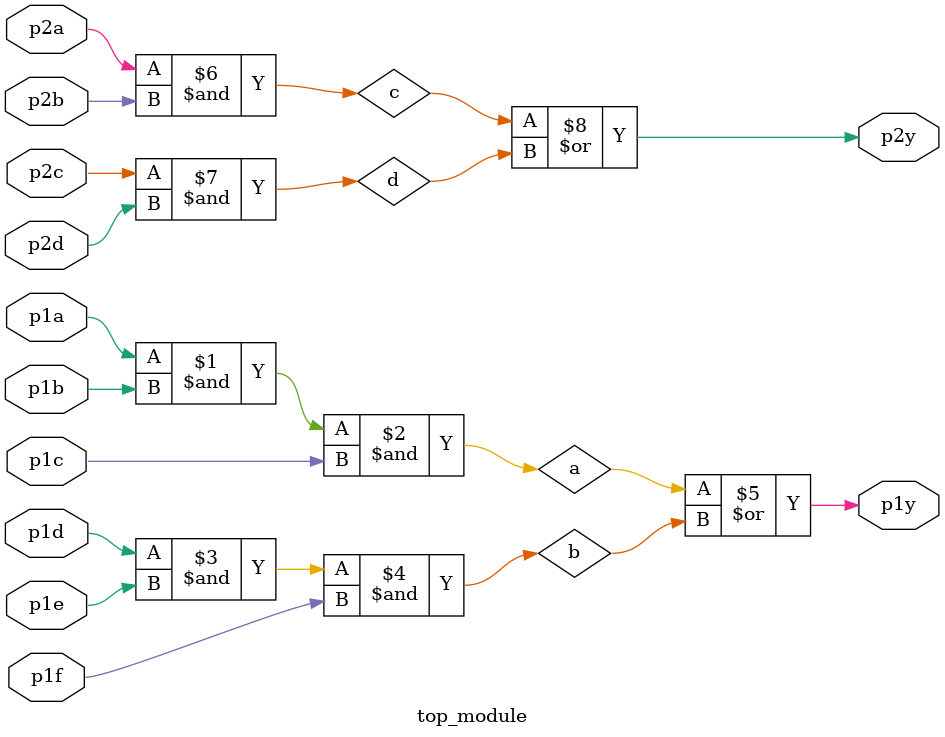
<source format=v>
module top_module ( 
    input p1a, p1b, p1c, p1d, p1e, p1f,
    output p1y,
    input p2a, p2b, p2c, p2d,
    output p2y );
    wire a,b,c,d;
    assign a=p1a&p1b&p1c;
    assign b=p1d&p1e&p1f;
    assign p1y=a|b;
    assign c=p2a&p2b;
    assign d= p2c&p2d;
    assign p2y=c|d;
endmodule

</source>
